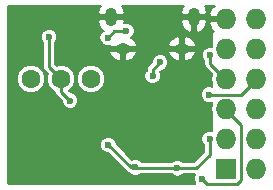
<source format=gbl>
G04 #@! TF.FileFunction,Copper,L2,Bot,Signal*
%FSLAX46Y46*%
G04 Gerber Fmt 4.6, Leading zero omitted, Abs format (unit mm)*
G04 Created by KiCad (PCBNEW (2016-06-01 BZR 6870, Git 0ccd3bb)-product) date 06/04/16 15:16:18*
%MOMM*%
%LPD*%
G01*
G04 APERTURE LIST*
%ADD10C,0.150000*%
%ADD11R,1.727200X1.727200*%
%ADD12O,1.727200X1.727200*%
%ADD13O,1.250000X0.950000*%
%ADD14O,1.000000X1.550000*%
%ADD15C,1.600000*%
%ADD16C,0.600000*%
%ADD17C,0.250000*%
%ADD18C,0.200000*%
G04 APERTURE END LIST*
D10*
D11*
X61976000Y-34290000D03*
D12*
X64516000Y-34290000D03*
X61976000Y-31750000D03*
X64516000Y-31750000D03*
X61976000Y-29210000D03*
X64516000Y-29210000D03*
X61976000Y-26670000D03*
X64516000Y-26670000D03*
X61976000Y-24130000D03*
X64516000Y-24130000D03*
X61976000Y-21590000D03*
X64516000Y-21590000D03*
D13*
X58253900Y-24105040D03*
X53253900Y-24105040D03*
D14*
X59253900Y-21405040D03*
X52253900Y-21405040D03*
D15*
X48006000Y-26670000D03*
X50546000Y-26670000D03*
X45466000Y-26670000D03*
D16*
X53213000Y-29845000D03*
X54197250Y-26892250D03*
X56578500Y-30861000D03*
X57594500Y-30861000D03*
X56578500Y-28829000D03*
X57594500Y-28829000D03*
X54673500Y-32258000D03*
X43942000Y-33464500D03*
X46037500Y-31369000D03*
X46037500Y-29591000D03*
X47879000Y-31051500D03*
X50038000Y-30861000D03*
X51752500Y-34226500D03*
X60642500Y-24638000D03*
X46990000Y-23114000D03*
X48768000Y-28511500D03*
X52006500Y-32258000D03*
X54292500Y-34163000D03*
X57848500Y-34226500D03*
X60579000Y-31750000D03*
X51943000Y-23177500D03*
X53530500Y-22606000D03*
X60515500Y-28003500D03*
X59944000Y-35115500D03*
X56388000Y-25273000D03*
X55753000Y-26416000D03*
D17*
X54197250Y-26892250D02*
X54165500Y-26924000D01*
X60642500Y-24638000D02*
X60642500Y-25400000D01*
X60642500Y-25400000D02*
X61976000Y-26733500D01*
X48006000Y-26670000D02*
X46990000Y-25654000D01*
X46990000Y-25654000D02*
X46990000Y-23114000D01*
X48768000Y-28511500D02*
X48006000Y-27749500D01*
X48006000Y-27749500D02*
X48006000Y-26670000D01*
X54292500Y-34163000D02*
X53911500Y-34163000D01*
X53911500Y-34163000D02*
X52006500Y-32258000D01*
X57848500Y-34226500D02*
X54356000Y-34226500D01*
X54356000Y-34226500D02*
X54292500Y-34163000D01*
X59436000Y-34226500D02*
X57848500Y-34226500D01*
X60579000Y-33083500D02*
X59436000Y-34226500D01*
X60579000Y-31750000D02*
X60579000Y-33083500D01*
X52514500Y-22606000D02*
X53530500Y-22606000D01*
X51943000Y-23177500D02*
X52514500Y-22606000D01*
X60515500Y-28003500D02*
X63246000Y-28003500D01*
X63246000Y-28003500D02*
X64516000Y-26733500D01*
X60642500Y-35560000D02*
X60388500Y-35560000D01*
X63246000Y-35242500D02*
X62928500Y-35560000D01*
X62928500Y-35560000D02*
X62484000Y-35560000D01*
X63246000Y-30543500D02*
X61976000Y-29273500D01*
X63246000Y-34798000D02*
X63246000Y-30543500D01*
X60642500Y-35560000D02*
X62484000Y-35560000D01*
X63246000Y-34798000D02*
X63246000Y-35242500D01*
X60388500Y-35560000D02*
X59944000Y-35115500D01*
X56388000Y-25273000D02*
X55753000Y-25908000D01*
X55753000Y-25908000D02*
X55753000Y-26416000D01*
D18*
G36*
X51238820Y-20649910D02*
X51132351Y-21074912D01*
X51289535Y-21251040D01*
X52099900Y-21251040D01*
X52099900Y-21231040D01*
X52407900Y-21231040D01*
X52407900Y-21251040D01*
X53218265Y-21251040D01*
X53375449Y-21074912D01*
X53268980Y-20649910D01*
X53139251Y-20475000D01*
X58368549Y-20475000D01*
X58238820Y-20649910D01*
X58132351Y-21074912D01*
X58289535Y-21251040D01*
X59099900Y-21251040D01*
X59099900Y-21231040D01*
X59407900Y-21231040D01*
X59407900Y-21251040D01*
X60218265Y-21251040D01*
X60375449Y-21074912D01*
X60268980Y-20649910D01*
X60139251Y-20475000D01*
X61058380Y-20475000D01*
X60808598Y-20694000D01*
X60554577Y-21208949D01*
X60664468Y-21436000D01*
X61822000Y-21436000D01*
X61822000Y-21416000D01*
X62130000Y-21416000D01*
X62130000Y-21436000D01*
X62150000Y-21436000D01*
X62150000Y-21744000D01*
X62130000Y-21744000D01*
X62130000Y-21764000D01*
X61822000Y-21764000D01*
X61822000Y-21744000D01*
X60664468Y-21744000D01*
X60554577Y-21971051D01*
X60808598Y-22486000D01*
X60976260Y-22633000D01*
X60896500Y-22633000D01*
X60858232Y-22640612D01*
X60825789Y-22662289D01*
X60804112Y-22694732D01*
X60796500Y-22733000D01*
X60796500Y-23682446D01*
X60745649Y-23938090D01*
X60503872Y-23937879D01*
X60246500Y-24044223D01*
X60049415Y-24240964D01*
X59942622Y-24498150D01*
X59942379Y-24776628D01*
X60048723Y-25034000D01*
X60117500Y-25102897D01*
X60117500Y-25400000D01*
X60157463Y-25600909D01*
X60271269Y-25771231D01*
X60784220Y-26284182D01*
X60712400Y-26645245D01*
X60712400Y-26694755D01*
X60796500Y-27117554D01*
X60796500Y-27362233D01*
X60655350Y-27303622D01*
X60376872Y-27303379D01*
X60119500Y-27409723D01*
X59922415Y-27606464D01*
X59815622Y-27863650D01*
X59815379Y-28142128D01*
X59921723Y-28399500D01*
X60118464Y-28596585D01*
X60375650Y-28703378D01*
X60654128Y-28703621D01*
X60796500Y-28644794D01*
X60796500Y-28762446D01*
X60712400Y-29185245D01*
X60712400Y-29234755D01*
X60796500Y-29657554D01*
X60796500Y-31082365D01*
X60718850Y-31050122D01*
X60440372Y-31049879D01*
X60183000Y-31156223D01*
X59985915Y-31352964D01*
X59879122Y-31610150D01*
X59878879Y-31888628D01*
X59985223Y-32146000D01*
X60054000Y-32214897D01*
X60054000Y-32866038D01*
X59218538Y-33701500D01*
X58313502Y-33701500D01*
X58245536Y-33633415D01*
X57988350Y-33526622D01*
X57709872Y-33526379D01*
X57452500Y-33632723D01*
X57383603Y-33701500D01*
X54820891Y-33701500D01*
X54689536Y-33569915D01*
X54432350Y-33463122D01*
X54153872Y-33462879D01*
X54012326Y-33521364D01*
X52706537Y-32215575D01*
X52706621Y-32119372D01*
X52600277Y-31862000D01*
X52403536Y-31664915D01*
X52146350Y-31558122D01*
X51867872Y-31557879D01*
X51610500Y-31664223D01*
X51413415Y-31860964D01*
X51306622Y-32118150D01*
X51306379Y-32396628D01*
X51412723Y-32654000D01*
X51609464Y-32851085D01*
X51866650Y-32957878D01*
X51964001Y-32957963D01*
X53540269Y-34534231D01*
X53710591Y-34648037D01*
X53806685Y-34667151D01*
X53895464Y-34756085D01*
X54152650Y-34862878D01*
X54431128Y-34863121D01*
X54688500Y-34756777D01*
X54693786Y-34751500D01*
X57383498Y-34751500D01*
X57451464Y-34819585D01*
X57708650Y-34926378D01*
X57987128Y-34926621D01*
X58244500Y-34820277D01*
X58313397Y-34751500D01*
X59337197Y-34751500D01*
X59244122Y-34975650D01*
X59243879Y-35254128D01*
X59350223Y-35511500D01*
X59363699Y-35525000D01*
X43546783Y-35525000D01*
X43493996Y-35514500D01*
X43488903Y-35511097D01*
X43485500Y-35506004D01*
X43475000Y-35453218D01*
X43475000Y-26907647D01*
X44265793Y-26907647D01*
X44448097Y-27348857D01*
X44785367Y-27686717D01*
X45226258Y-27869791D01*
X45703647Y-27870207D01*
X46144857Y-27687903D01*
X46482717Y-27350633D01*
X46665791Y-26909742D01*
X46666207Y-26432353D01*
X46483903Y-25991143D01*
X46146633Y-25653283D01*
X45705742Y-25470209D01*
X45228353Y-25469793D01*
X44787143Y-25652097D01*
X44449283Y-25989367D01*
X44266209Y-26430258D01*
X44265793Y-26907647D01*
X43475000Y-26907647D01*
X43475000Y-23252628D01*
X46289879Y-23252628D01*
X46396223Y-23510000D01*
X46465000Y-23578897D01*
X46465000Y-25654000D01*
X46504963Y-25854909D01*
X46618769Y-26025231D01*
X46870050Y-26276512D01*
X46806209Y-26430258D01*
X46805793Y-26907647D01*
X46988097Y-27348857D01*
X47325367Y-27686717D01*
X47481399Y-27751507D01*
X47520963Y-27950409D01*
X47634769Y-28120731D01*
X48067963Y-28553925D01*
X48067879Y-28650128D01*
X48174223Y-28907500D01*
X48370964Y-29104585D01*
X48628150Y-29211378D01*
X48906628Y-29211621D01*
X49164000Y-29105277D01*
X49361085Y-28908536D01*
X49467878Y-28651350D01*
X49468121Y-28372872D01*
X49361777Y-28115500D01*
X49165036Y-27918415D01*
X48907850Y-27811622D01*
X48810499Y-27811537D01*
X48685862Y-27686900D01*
X49022717Y-27350633D01*
X49205791Y-26909742D01*
X49205792Y-26907647D01*
X49345793Y-26907647D01*
X49528097Y-27348857D01*
X49865367Y-27686717D01*
X50306258Y-27869791D01*
X50783647Y-27870207D01*
X51224857Y-27687903D01*
X51562717Y-27350633D01*
X51745791Y-26909742D01*
X51746100Y-26554628D01*
X55052879Y-26554628D01*
X55159223Y-26812000D01*
X55355964Y-27009085D01*
X55613150Y-27115878D01*
X55891628Y-27116121D01*
X56149000Y-27009777D01*
X56346085Y-26813036D01*
X56452878Y-26555850D01*
X56453121Y-26277372D01*
X56357503Y-26045959D01*
X56430425Y-25973037D01*
X56526628Y-25973121D01*
X56784000Y-25866777D01*
X56981085Y-25670036D01*
X57087878Y-25412850D01*
X57088121Y-25134372D01*
X56981777Y-24877000D01*
X56785036Y-24679915D01*
X56527850Y-24573122D01*
X56249372Y-24572879D01*
X55992000Y-24679223D01*
X55794915Y-24875964D01*
X55688122Y-25133150D01*
X55688037Y-25230501D01*
X55381769Y-25536769D01*
X55267963Y-25707091D01*
X55228000Y-25908000D01*
X55228000Y-25950998D01*
X55159915Y-26018964D01*
X55053122Y-26276150D01*
X55052879Y-26554628D01*
X51746100Y-26554628D01*
X51746207Y-26432353D01*
X51563903Y-25991143D01*
X51226633Y-25653283D01*
X50785742Y-25470209D01*
X50308353Y-25469793D01*
X49867143Y-25652097D01*
X49529283Y-25989367D01*
X49346209Y-26430258D01*
X49345793Y-26907647D01*
X49205792Y-26907647D01*
X49206207Y-26432353D01*
X49023903Y-25991143D01*
X48686633Y-25653283D01*
X48245742Y-25470209D01*
X47768353Y-25469793D01*
X47612608Y-25534146D01*
X47515000Y-25436538D01*
X47515000Y-24424841D01*
X52069194Y-24424841D01*
X52225613Y-24738208D01*
X52534772Y-25026117D01*
X52930575Y-25173800D01*
X53099900Y-25035756D01*
X53099900Y-24259040D01*
X53407900Y-24259040D01*
X53407900Y-25035756D01*
X53577225Y-25173800D01*
X53973028Y-25026117D01*
X54282187Y-24738208D01*
X54438606Y-24424841D01*
X57069194Y-24424841D01*
X57225613Y-24738208D01*
X57534772Y-25026117D01*
X57930575Y-25173800D01*
X58099900Y-25035756D01*
X58099900Y-24259040D01*
X58407900Y-24259040D01*
X58407900Y-25035756D01*
X58577225Y-25173800D01*
X58973028Y-25026117D01*
X59282187Y-24738208D01*
X59438606Y-24424841D01*
X59322075Y-24259040D01*
X58407900Y-24259040D01*
X58099900Y-24259040D01*
X57185725Y-24259040D01*
X57069194Y-24424841D01*
X54438606Y-24424841D01*
X54322075Y-24259040D01*
X53407900Y-24259040D01*
X53099900Y-24259040D01*
X52185725Y-24259040D01*
X52069194Y-24424841D01*
X47515000Y-24424841D01*
X47515000Y-23579002D01*
X47583085Y-23511036D01*
X47689878Y-23253850D01*
X47690121Y-22975372D01*
X47583777Y-22718000D01*
X47387036Y-22520915D01*
X47129850Y-22414122D01*
X46851372Y-22413879D01*
X46594000Y-22520223D01*
X46396915Y-22716964D01*
X46290122Y-22974150D01*
X46289879Y-23252628D01*
X43475000Y-23252628D01*
X43475000Y-21735168D01*
X51132351Y-21735168D01*
X51238820Y-22160170D01*
X51499826Y-22512077D01*
X51589836Y-22566024D01*
X51547000Y-22583723D01*
X51349915Y-22780464D01*
X51243122Y-23037650D01*
X51242879Y-23316128D01*
X51349223Y-23573500D01*
X51545964Y-23770585D01*
X51803150Y-23877378D01*
X52081628Y-23877621D01*
X52122309Y-23860812D01*
X52185725Y-23951040D01*
X53099900Y-23951040D01*
X53099900Y-23931040D01*
X53407900Y-23931040D01*
X53407900Y-23951040D01*
X54322075Y-23951040D01*
X54438606Y-23785239D01*
X57069194Y-23785239D01*
X57185725Y-23951040D01*
X58099900Y-23951040D01*
X58099900Y-23174324D01*
X58407900Y-23174324D01*
X58407900Y-23951040D01*
X59322075Y-23951040D01*
X59438606Y-23785239D01*
X59282187Y-23471872D01*
X58973028Y-23183963D01*
X58577225Y-23036280D01*
X58407900Y-23174324D01*
X58099900Y-23174324D01*
X57930575Y-23036280D01*
X57534772Y-23183963D01*
X57225613Y-23471872D01*
X57069194Y-23785239D01*
X54438606Y-23785239D01*
X54282187Y-23471872D01*
X53973028Y-23183963D01*
X53950691Y-23175628D01*
X54123585Y-23003036D01*
X54230378Y-22745850D01*
X54230621Y-22467372D01*
X54124277Y-22210000D01*
X53927536Y-22012915D01*
X53670350Y-21906122D01*
X53391872Y-21905879D01*
X53325849Y-21933159D01*
X53375449Y-21735168D01*
X58132351Y-21735168D01*
X58238820Y-22160170D01*
X58499826Y-22512077D01*
X58875633Y-22737314D01*
X58930149Y-22739686D01*
X59099900Y-22623555D01*
X59099900Y-21559040D01*
X59407900Y-21559040D01*
X59407900Y-22623555D01*
X59577651Y-22739686D01*
X59632167Y-22737314D01*
X60007974Y-22512077D01*
X60268980Y-22160170D01*
X60375449Y-21735168D01*
X60218265Y-21559040D01*
X59407900Y-21559040D01*
X59099900Y-21559040D01*
X58289535Y-21559040D01*
X58132351Y-21735168D01*
X53375449Y-21735168D01*
X53218265Y-21559040D01*
X52407900Y-21559040D01*
X52407900Y-21579040D01*
X52099900Y-21579040D01*
X52099900Y-21559040D01*
X51289535Y-21559040D01*
X51132351Y-21735168D01*
X43475000Y-21735168D01*
X43475000Y-20546782D01*
X43485500Y-20493996D01*
X43488903Y-20488903D01*
X43493996Y-20485500D01*
X43546783Y-20475000D01*
X51368549Y-20475000D01*
X51238820Y-20649910D01*
X51238820Y-20649910D01*
G37*
X51238820Y-20649910D02*
X51132351Y-21074912D01*
X51289535Y-21251040D01*
X52099900Y-21251040D01*
X52099900Y-21231040D01*
X52407900Y-21231040D01*
X52407900Y-21251040D01*
X53218265Y-21251040D01*
X53375449Y-21074912D01*
X53268980Y-20649910D01*
X53139251Y-20475000D01*
X58368549Y-20475000D01*
X58238820Y-20649910D01*
X58132351Y-21074912D01*
X58289535Y-21251040D01*
X59099900Y-21251040D01*
X59099900Y-21231040D01*
X59407900Y-21231040D01*
X59407900Y-21251040D01*
X60218265Y-21251040D01*
X60375449Y-21074912D01*
X60268980Y-20649910D01*
X60139251Y-20475000D01*
X61058380Y-20475000D01*
X60808598Y-20694000D01*
X60554577Y-21208949D01*
X60664468Y-21436000D01*
X61822000Y-21436000D01*
X61822000Y-21416000D01*
X62130000Y-21416000D01*
X62130000Y-21436000D01*
X62150000Y-21436000D01*
X62150000Y-21744000D01*
X62130000Y-21744000D01*
X62130000Y-21764000D01*
X61822000Y-21764000D01*
X61822000Y-21744000D01*
X60664468Y-21744000D01*
X60554577Y-21971051D01*
X60808598Y-22486000D01*
X60976260Y-22633000D01*
X60896500Y-22633000D01*
X60858232Y-22640612D01*
X60825789Y-22662289D01*
X60804112Y-22694732D01*
X60796500Y-22733000D01*
X60796500Y-23682446D01*
X60745649Y-23938090D01*
X60503872Y-23937879D01*
X60246500Y-24044223D01*
X60049415Y-24240964D01*
X59942622Y-24498150D01*
X59942379Y-24776628D01*
X60048723Y-25034000D01*
X60117500Y-25102897D01*
X60117500Y-25400000D01*
X60157463Y-25600909D01*
X60271269Y-25771231D01*
X60784220Y-26284182D01*
X60712400Y-26645245D01*
X60712400Y-26694755D01*
X60796500Y-27117554D01*
X60796500Y-27362233D01*
X60655350Y-27303622D01*
X60376872Y-27303379D01*
X60119500Y-27409723D01*
X59922415Y-27606464D01*
X59815622Y-27863650D01*
X59815379Y-28142128D01*
X59921723Y-28399500D01*
X60118464Y-28596585D01*
X60375650Y-28703378D01*
X60654128Y-28703621D01*
X60796500Y-28644794D01*
X60796500Y-28762446D01*
X60712400Y-29185245D01*
X60712400Y-29234755D01*
X60796500Y-29657554D01*
X60796500Y-31082365D01*
X60718850Y-31050122D01*
X60440372Y-31049879D01*
X60183000Y-31156223D01*
X59985915Y-31352964D01*
X59879122Y-31610150D01*
X59878879Y-31888628D01*
X59985223Y-32146000D01*
X60054000Y-32214897D01*
X60054000Y-32866038D01*
X59218538Y-33701500D01*
X58313502Y-33701500D01*
X58245536Y-33633415D01*
X57988350Y-33526622D01*
X57709872Y-33526379D01*
X57452500Y-33632723D01*
X57383603Y-33701500D01*
X54820891Y-33701500D01*
X54689536Y-33569915D01*
X54432350Y-33463122D01*
X54153872Y-33462879D01*
X54012326Y-33521364D01*
X52706537Y-32215575D01*
X52706621Y-32119372D01*
X52600277Y-31862000D01*
X52403536Y-31664915D01*
X52146350Y-31558122D01*
X51867872Y-31557879D01*
X51610500Y-31664223D01*
X51413415Y-31860964D01*
X51306622Y-32118150D01*
X51306379Y-32396628D01*
X51412723Y-32654000D01*
X51609464Y-32851085D01*
X51866650Y-32957878D01*
X51964001Y-32957963D01*
X53540269Y-34534231D01*
X53710591Y-34648037D01*
X53806685Y-34667151D01*
X53895464Y-34756085D01*
X54152650Y-34862878D01*
X54431128Y-34863121D01*
X54688500Y-34756777D01*
X54693786Y-34751500D01*
X57383498Y-34751500D01*
X57451464Y-34819585D01*
X57708650Y-34926378D01*
X57987128Y-34926621D01*
X58244500Y-34820277D01*
X58313397Y-34751500D01*
X59337197Y-34751500D01*
X59244122Y-34975650D01*
X59243879Y-35254128D01*
X59350223Y-35511500D01*
X59363699Y-35525000D01*
X43546783Y-35525000D01*
X43493996Y-35514500D01*
X43488903Y-35511097D01*
X43485500Y-35506004D01*
X43475000Y-35453218D01*
X43475000Y-26907647D01*
X44265793Y-26907647D01*
X44448097Y-27348857D01*
X44785367Y-27686717D01*
X45226258Y-27869791D01*
X45703647Y-27870207D01*
X46144857Y-27687903D01*
X46482717Y-27350633D01*
X46665791Y-26909742D01*
X46666207Y-26432353D01*
X46483903Y-25991143D01*
X46146633Y-25653283D01*
X45705742Y-25470209D01*
X45228353Y-25469793D01*
X44787143Y-25652097D01*
X44449283Y-25989367D01*
X44266209Y-26430258D01*
X44265793Y-26907647D01*
X43475000Y-26907647D01*
X43475000Y-23252628D01*
X46289879Y-23252628D01*
X46396223Y-23510000D01*
X46465000Y-23578897D01*
X46465000Y-25654000D01*
X46504963Y-25854909D01*
X46618769Y-26025231D01*
X46870050Y-26276512D01*
X46806209Y-26430258D01*
X46805793Y-26907647D01*
X46988097Y-27348857D01*
X47325367Y-27686717D01*
X47481399Y-27751507D01*
X47520963Y-27950409D01*
X47634769Y-28120731D01*
X48067963Y-28553925D01*
X48067879Y-28650128D01*
X48174223Y-28907500D01*
X48370964Y-29104585D01*
X48628150Y-29211378D01*
X48906628Y-29211621D01*
X49164000Y-29105277D01*
X49361085Y-28908536D01*
X49467878Y-28651350D01*
X49468121Y-28372872D01*
X49361777Y-28115500D01*
X49165036Y-27918415D01*
X48907850Y-27811622D01*
X48810499Y-27811537D01*
X48685862Y-27686900D01*
X49022717Y-27350633D01*
X49205791Y-26909742D01*
X49205792Y-26907647D01*
X49345793Y-26907647D01*
X49528097Y-27348857D01*
X49865367Y-27686717D01*
X50306258Y-27869791D01*
X50783647Y-27870207D01*
X51224857Y-27687903D01*
X51562717Y-27350633D01*
X51745791Y-26909742D01*
X51746100Y-26554628D01*
X55052879Y-26554628D01*
X55159223Y-26812000D01*
X55355964Y-27009085D01*
X55613150Y-27115878D01*
X55891628Y-27116121D01*
X56149000Y-27009777D01*
X56346085Y-26813036D01*
X56452878Y-26555850D01*
X56453121Y-26277372D01*
X56357503Y-26045959D01*
X56430425Y-25973037D01*
X56526628Y-25973121D01*
X56784000Y-25866777D01*
X56981085Y-25670036D01*
X57087878Y-25412850D01*
X57088121Y-25134372D01*
X56981777Y-24877000D01*
X56785036Y-24679915D01*
X56527850Y-24573122D01*
X56249372Y-24572879D01*
X55992000Y-24679223D01*
X55794915Y-24875964D01*
X55688122Y-25133150D01*
X55688037Y-25230501D01*
X55381769Y-25536769D01*
X55267963Y-25707091D01*
X55228000Y-25908000D01*
X55228000Y-25950998D01*
X55159915Y-26018964D01*
X55053122Y-26276150D01*
X55052879Y-26554628D01*
X51746100Y-26554628D01*
X51746207Y-26432353D01*
X51563903Y-25991143D01*
X51226633Y-25653283D01*
X50785742Y-25470209D01*
X50308353Y-25469793D01*
X49867143Y-25652097D01*
X49529283Y-25989367D01*
X49346209Y-26430258D01*
X49345793Y-26907647D01*
X49205792Y-26907647D01*
X49206207Y-26432353D01*
X49023903Y-25991143D01*
X48686633Y-25653283D01*
X48245742Y-25470209D01*
X47768353Y-25469793D01*
X47612608Y-25534146D01*
X47515000Y-25436538D01*
X47515000Y-24424841D01*
X52069194Y-24424841D01*
X52225613Y-24738208D01*
X52534772Y-25026117D01*
X52930575Y-25173800D01*
X53099900Y-25035756D01*
X53099900Y-24259040D01*
X53407900Y-24259040D01*
X53407900Y-25035756D01*
X53577225Y-25173800D01*
X53973028Y-25026117D01*
X54282187Y-24738208D01*
X54438606Y-24424841D01*
X57069194Y-24424841D01*
X57225613Y-24738208D01*
X57534772Y-25026117D01*
X57930575Y-25173800D01*
X58099900Y-25035756D01*
X58099900Y-24259040D01*
X58407900Y-24259040D01*
X58407900Y-25035756D01*
X58577225Y-25173800D01*
X58973028Y-25026117D01*
X59282187Y-24738208D01*
X59438606Y-24424841D01*
X59322075Y-24259040D01*
X58407900Y-24259040D01*
X58099900Y-24259040D01*
X57185725Y-24259040D01*
X57069194Y-24424841D01*
X54438606Y-24424841D01*
X54322075Y-24259040D01*
X53407900Y-24259040D01*
X53099900Y-24259040D01*
X52185725Y-24259040D01*
X52069194Y-24424841D01*
X47515000Y-24424841D01*
X47515000Y-23579002D01*
X47583085Y-23511036D01*
X47689878Y-23253850D01*
X47690121Y-22975372D01*
X47583777Y-22718000D01*
X47387036Y-22520915D01*
X47129850Y-22414122D01*
X46851372Y-22413879D01*
X46594000Y-22520223D01*
X46396915Y-22716964D01*
X46290122Y-22974150D01*
X46289879Y-23252628D01*
X43475000Y-23252628D01*
X43475000Y-21735168D01*
X51132351Y-21735168D01*
X51238820Y-22160170D01*
X51499826Y-22512077D01*
X51589836Y-22566024D01*
X51547000Y-22583723D01*
X51349915Y-22780464D01*
X51243122Y-23037650D01*
X51242879Y-23316128D01*
X51349223Y-23573500D01*
X51545964Y-23770585D01*
X51803150Y-23877378D01*
X52081628Y-23877621D01*
X52122309Y-23860812D01*
X52185725Y-23951040D01*
X53099900Y-23951040D01*
X53099900Y-23931040D01*
X53407900Y-23931040D01*
X53407900Y-23951040D01*
X54322075Y-23951040D01*
X54438606Y-23785239D01*
X57069194Y-23785239D01*
X57185725Y-23951040D01*
X58099900Y-23951040D01*
X58099900Y-23174324D01*
X58407900Y-23174324D01*
X58407900Y-23951040D01*
X59322075Y-23951040D01*
X59438606Y-23785239D01*
X59282187Y-23471872D01*
X58973028Y-23183963D01*
X58577225Y-23036280D01*
X58407900Y-23174324D01*
X58099900Y-23174324D01*
X57930575Y-23036280D01*
X57534772Y-23183963D01*
X57225613Y-23471872D01*
X57069194Y-23785239D01*
X54438606Y-23785239D01*
X54282187Y-23471872D01*
X53973028Y-23183963D01*
X53950691Y-23175628D01*
X54123585Y-23003036D01*
X54230378Y-22745850D01*
X54230621Y-22467372D01*
X54124277Y-22210000D01*
X53927536Y-22012915D01*
X53670350Y-21906122D01*
X53391872Y-21905879D01*
X53325849Y-21933159D01*
X53375449Y-21735168D01*
X58132351Y-21735168D01*
X58238820Y-22160170D01*
X58499826Y-22512077D01*
X58875633Y-22737314D01*
X58930149Y-22739686D01*
X59099900Y-22623555D01*
X59099900Y-21559040D01*
X59407900Y-21559040D01*
X59407900Y-22623555D01*
X59577651Y-22739686D01*
X59632167Y-22737314D01*
X60007974Y-22512077D01*
X60268980Y-22160170D01*
X60375449Y-21735168D01*
X60218265Y-21559040D01*
X59407900Y-21559040D01*
X59099900Y-21559040D01*
X58289535Y-21559040D01*
X58132351Y-21735168D01*
X53375449Y-21735168D01*
X53218265Y-21559040D01*
X52407900Y-21559040D01*
X52407900Y-21579040D01*
X52099900Y-21579040D01*
X52099900Y-21559040D01*
X51289535Y-21559040D01*
X51132351Y-21735168D01*
X43475000Y-21735168D01*
X43475000Y-20546782D01*
X43485500Y-20493996D01*
X43488903Y-20488903D01*
X43493996Y-20485500D01*
X43546783Y-20475000D01*
X51368549Y-20475000D01*
X51238820Y-20649910D01*
M02*

</source>
